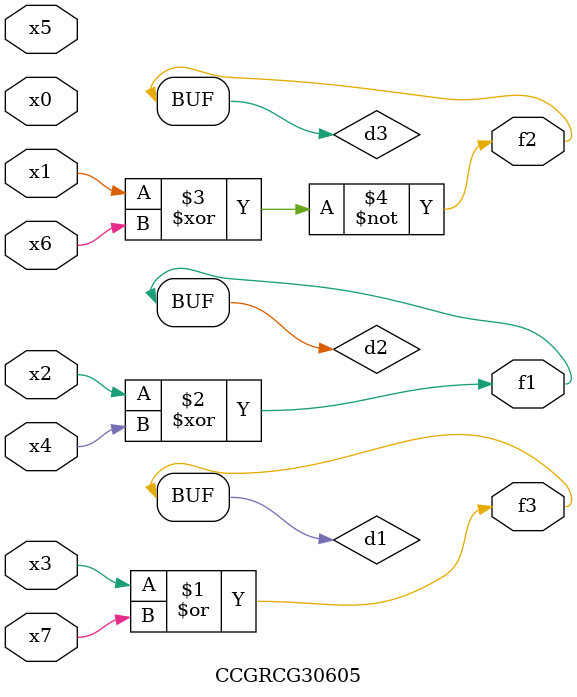
<source format=v>
module CCGRCG30605(
	input x0, x1, x2, x3, x4, x5, x6, x7,
	output f1, f2, f3
);

	wire d1, d2, d3;

	or (d1, x3, x7);
	xor (d2, x2, x4);
	xnor (d3, x1, x6);
	assign f1 = d2;
	assign f2 = d3;
	assign f3 = d1;
endmodule

</source>
